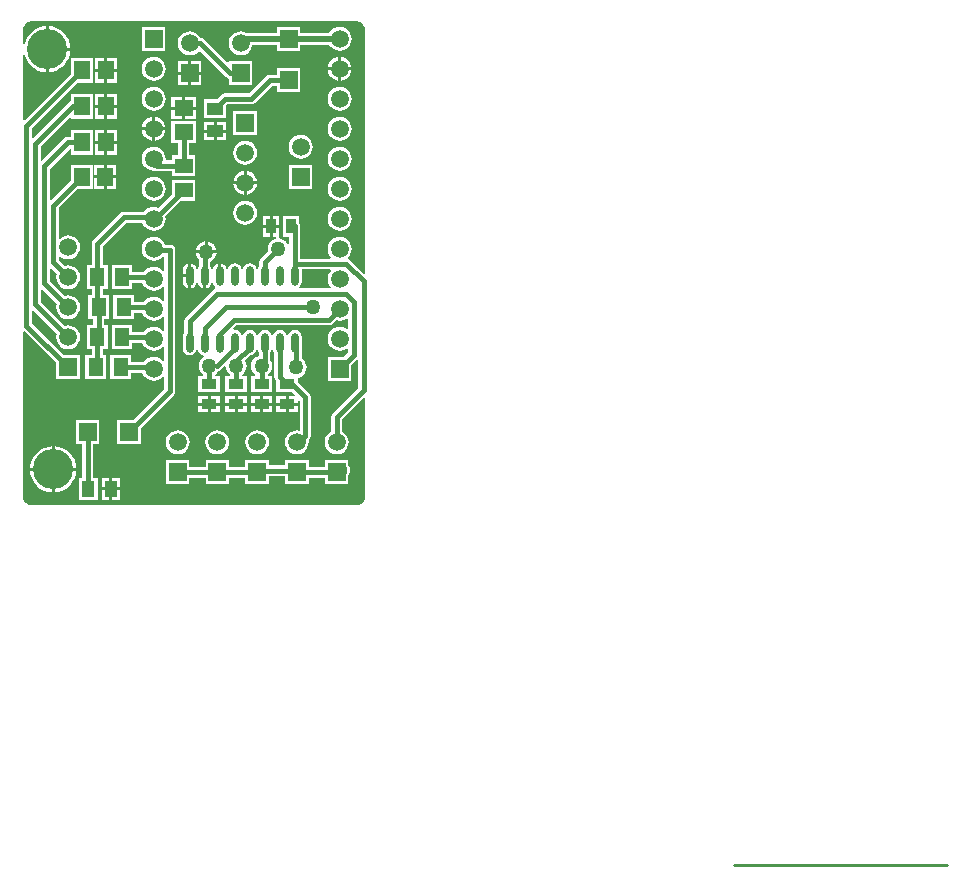
<source format=gtl>
G04*
G04 #@! TF.GenerationSoftware,Altium Limited,Altium Designer,18.1.7 (191)*
G04*
G04 Layer_Physical_Order=1*
G04 Layer_Color=255*
%FSLAX44Y44*%
%MOMM*%
G71*
G01*
G75*
%ADD13C,0.2540*%
%ADD28O,0.6500X1.6500*%
%ADD29R,1.5000X1.5000*%
%ADD30R,1.0500X1.4000*%
%ADD31R,1.5000X1.5000*%
%ADD32R,1.4000X1.0500*%
%ADD33R,1.3500X1.5500*%
%ADD34R,1.2500X1.5000*%
%ADD35R,1.5000X1.2500*%
%ADD36R,1.5500X1.3500*%
%ADD37R,0.8500X1.3000*%
%ADD38R,1.3000X0.8500*%
%ADD39C,0.4000*%
%ADD40C,0.3000*%
%ADD41C,0.5080*%
%ADD42C,0.3810*%
%ADD43C,1.5000*%
%ADD44C,3.4000*%
%ADD45C,1.2700*%
G36*
X289517Y414610D02*
X290901Y414037D01*
X292146Y413205D01*
X293205Y412146D01*
X294037Y410901D01*
X294610Y409517D01*
X294902Y408049D01*
Y407300D01*
Y201266D01*
X293729Y200781D01*
X281755Y212755D01*
X280418Y213648D01*
X280064Y214977D01*
X280211Y215089D01*
X281820Y217187D01*
X282832Y219629D01*
X283177Y222250D01*
X282832Y224871D01*
X281820Y227313D01*
X280211Y229411D01*
X278113Y231020D01*
X275671Y232032D01*
X273050Y232377D01*
X270429Y232032D01*
X267987Y231020D01*
X265889Y229411D01*
X264280Y227313D01*
X263268Y224871D01*
X262923Y222250D01*
X263268Y219629D01*
X264280Y217187D01*
X265688Y215352D01*
X265287Y214082D01*
X239579D01*
Y241300D01*
X239227Y243071D01*
X238810Y243695D01*
Y250340D01*
X225230D01*
Y232260D01*
X230321D01*
Y226248D01*
X229051Y225995D01*
X228745Y226733D01*
X227320Y228590D01*
X225463Y230015D01*
X223301Y230911D01*
X222025Y231079D01*
X221810Y232260D01*
X221810Y232388D01*
Y240030D01*
X216290D01*
Y232260D01*
X219175D01*
X219258Y230990D01*
X218659Y230911D01*
X216497Y230015D01*
X214640Y228590D01*
X213215Y226733D01*
X212319Y224571D01*
X212013Y222250D01*
X212295Y220111D01*
X206277Y214093D01*
X205273Y212591D01*
X204921Y210820D01*
X204921Y210820D01*
Y207884D01*
X204096Y206649D01*
X203847Y205400D01*
X202553D01*
X202304Y206649D01*
X201024Y208564D01*
X199109Y209844D01*
X196850Y210293D01*
X194591Y209844D01*
X192676Y208564D01*
X191396Y206649D01*
X191147Y205400D01*
X189853D01*
X189604Y206649D01*
X188324Y208564D01*
X186409Y209844D01*
X184150Y210293D01*
X181891Y209844D01*
X179976Y208564D01*
X178696Y206649D01*
X178447Y205400D01*
X177153D01*
X176904Y206649D01*
X175624Y208564D01*
X173709Y209844D01*
X172720Y210041D01*
Y199390D01*
X170180D01*
Y210041D01*
X169191Y209844D01*
X167276Y208564D01*
X165996Y206649D01*
X165747Y205400D01*
X164453D01*
X164204Y206649D01*
X163379Y207884D01*
Y211479D01*
X164503Y211945D01*
X166360Y213370D01*
X167785Y215227D01*
X168681Y217389D01*
X168820Y218440D01*
X151221D01*
X151359Y217389D01*
X152255Y215227D01*
X153680Y213370D01*
X154121Y213031D01*
Y207884D01*
X153296Y206649D01*
X153047Y205400D01*
X151753D01*
X151504Y206649D01*
X150224Y208564D01*
X148309Y209844D01*
X147320Y210041D01*
Y199390D01*
Y188739D01*
X148309Y188936D01*
X150224Y190216D01*
X151504Y192131D01*
X151753Y193380D01*
X153047D01*
X153296Y192131D01*
X154576Y190216D01*
X156491Y188936D01*
X157480Y188739D01*
Y199390D01*
X160020D01*
Y188739D01*
X161009Y188936D01*
X162924Y190216D01*
X164204Y192131D01*
X164453Y193380D01*
X165747D01*
X165996Y192131D01*
X167276Y190216D01*
X167814Y189856D01*
X167546Y188508D01*
X167139Y188427D01*
X165637Y187423D01*
X165637Y187423D01*
X142777Y164563D01*
X141773Y163061D01*
X141421Y161290D01*
X141421Y161290D01*
Y151384D01*
X140596Y150149D01*
X140147Y147890D01*
Y137890D01*
X140596Y135631D01*
X141876Y133716D01*
X143791Y132436D01*
X146050Y131987D01*
X148309Y132436D01*
X150224Y133716D01*
X151504Y135631D01*
X151753Y136880D01*
X153047D01*
X153296Y135631D01*
X154576Y133716D01*
X156491Y132436D01*
X157735Y132189D01*
X157954Y131397D01*
X157942Y130852D01*
X156220Y129530D01*
X154795Y127673D01*
X153899Y125511D01*
X153593Y123190D01*
X153899Y120869D01*
X154795Y118707D01*
X156220Y116850D01*
X157062Y116203D01*
X157158Y114583D01*
X156926Y114350D01*
X153520D01*
Y100770D01*
X171600D01*
Y114350D01*
X168194D01*
X167962Y114583D01*
X168058Y116203D01*
X168900Y116850D01*
X170325Y118707D01*
X170387Y118855D01*
X170681Y118913D01*
X172183Y119917D01*
X175205Y122939D01*
X176546Y122484D01*
X176759Y120869D01*
X177655Y118707D01*
X179080Y116850D01*
X179922Y116203D01*
X180018Y114583D01*
X179786Y114350D01*
X176380D01*
Y100770D01*
X194460D01*
Y114350D01*
X191054D01*
X190822Y114583D01*
X190918Y116203D01*
X191760Y116850D01*
X193185Y118707D01*
X194081Y120869D01*
X194387Y123190D01*
X194081Y125511D01*
X193185Y127673D01*
X192948Y127982D01*
X196978Y132012D01*
X199109Y132436D01*
X201024Y133716D01*
X202304Y135631D01*
X202553Y136880D01*
X203847D01*
X204096Y135631D01*
X204921Y134396D01*
Y131882D01*
X204689Y131851D01*
X202527Y130955D01*
X200670Y129530D01*
X199245Y127673D01*
X198349Y125511D01*
X198043Y123190D01*
X198349Y120869D01*
X199245Y118707D01*
X200670Y116850D01*
X201512Y116203D01*
X201608Y114583D01*
X201376Y114350D01*
X197970D01*
Y100770D01*
X216050D01*
Y114350D01*
X212644D01*
X212412Y114583D01*
X212508Y116203D01*
X213350Y116850D01*
X214775Y118707D01*
X215671Y120869D01*
X215977Y123190D01*
X215671Y125511D01*
X214775Y127673D01*
X214179Y128451D01*
Y134396D01*
X215004Y135631D01*
X215253Y136880D01*
X216547D01*
X216796Y135631D01*
X217621Y134396D01*
Y113910D01*
X217621Y113910D01*
X217973Y112139D01*
X218977Y110637D01*
X219560Y110054D01*
Y100770D01*
X233044D01*
X235290Y98523D01*
X234804Y97350D01*
X229870D01*
Y91830D01*
X237640D01*
Y93326D01*
X238910Y93996D01*
X239211Y93790D01*
Y69200D01*
X238256Y68362D01*
X236855Y68547D01*
X234234Y68202D01*
X231792Y67190D01*
X229694Y65581D01*
X228085Y63483D01*
X227073Y61041D01*
X226728Y58420D01*
X227073Y55799D01*
X228085Y53357D01*
X229694Y51259D01*
X231792Y49650D01*
X234234Y48638D01*
X236855Y48293D01*
X239476Y48638D01*
X241918Y49650D01*
X244016Y51259D01*
X245625Y53357D01*
X246637Y55799D01*
X246982Y58420D01*
X246787Y59900D01*
X247113Y60227D01*
X247113Y60227D01*
X248117Y61729D01*
X248469Y63500D01*
X248469Y63500D01*
Y96520D01*
X248117Y98291D01*
X247113Y99793D01*
X247113Y99793D01*
X237640Y109266D01*
Y113140D01*
X238541Y113259D01*
X240703Y114155D01*
X242560Y115580D01*
X243985Y117437D01*
X244881Y119599D01*
X245187Y121920D01*
X244881Y124241D01*
X243985Y126403D01*
X242560Y128260D01*
X240849Y129574D01*
Y137867D01*
X240853Y137890D01*
Y147890D01*
X240404Y150149D01*
X239124Y152064D01*
X237209Y153344D01*
X234950Y153793D01*
X232691Y153344D01*
X230776Y152064D01*
X229496Y150149D01*
X229247Y148900D01*
X227953D01*
X227704Y150149D01*
X226424Y152064D01*
X224509Y153344D01*
X222250Y153793D01*
X219991Y153344D01*
X218076Y152064D01*
X216796Y150149D01*
X216547Y148900D01*
X215253D01*
X215004Y150149D01*
X213724Y152064D01*
X211809Y153344D01*
X209550Y153793D01*
X207291Y153344D01*
X205376Y152064D01*
X204096Y150149D01*
X203847Y148900D01*
X202553D01*
X202304Y150149D01*
X201024Y152064D01*
X199109Y153344D01*
X196850Y153793D01*
X194591Y153344D01*
X192676Y152064D01*
X191396Y150149D01*
X191147Y148900D01*
X189853D01*
X189604Y150149D01*
X188324Y152064D01*
X186409Y153344D01*
X184150Y153793D01*
X183620Y153688D01*
X182995Y154859D01*
X185717Y157581D01*
X263810D01*
X263810Y157581D01*
X265581Y157933D01*
X267083Y158937D01*
X269995Y161848D01*
X270429Y161668D01*
X273050Y161323D01*
X275671Y161668D01*
X278113Y162680D01*
X279191Y163507D01*
X280461Y162881D01*
Y154619D01*
X279191Y153993D01*
X278113Y154820D01*
X275671Y155832D01*
X273050Y156177D01*
X270429Y155832D01*
X267987Y154820D01*
X265889Y153211D01*
X264280Y151113D01*
X263268Y148671D01*
X262923Y146050D01*
X263268Y143429D01*
X264280Y140987D01*
X265889Y138889D01*
X267987Y137280D01*
X270429Y136268D01*
X273050Y135923D01*
X275671Y136268D01*
X278113Y137280D01*
X279191Y138107D01*
X280461Y137481D01*
Y134607D01*
X276544Y130690D01*
X263010D01*
Y110610D01*
X283090D01*
Y124144D01*
X287568Y128622D01*
X288838Y128096D01*
Y104747D01*
X267305Y83215D01*
X266323Y81744D01*
X265978Y80010D01*
Y67410D01*
X265447Y67190D01*
X263349Y65581D01*
X261740Y63483D01*
X260728Y61041D01*
X260383Y58420D01*
X260728Y55799D01*
X261740Y53357D01*
X263349Y51259D01*
X265447Y49650D01*
X267889Y48638D01*
X270510Y48293D01*
X273131Y48638D01*
X275573Y49650D01*
X277671Y51259D01*
X279280Y53357D01*
X280292Y55799D01*
X280637Y58420D01*
X280292Y61041D01*
X279280Y63483D01*
X277671Y65581D01*
X275573Y67190D01*
X275042Y67410D01*
Y78133D01*
X293729Y96819D01*
X294902Y96334D01*
Y12700D01*
Y11951D01*
X294610Y10482D01*
X294037Y9099D01*
X293205Y7854D01*
X292146Y6795D01*
X290901Y5963D01*
X289517Y5390D01*
X288049Y5098D01*
X11951D01*
X10482Y5390D01*
X9099Y5963D01*
X7854Y6795D01*
X6795Y7854D01*
X5963Y9099D01*
X5390Y10482D01*
X5098Y11951D01*
Y12700D01*
Y151797D01*
X6271Y152282D01*
X33140Y125414D01*
Y111880D01*
X53220D01*
Y131960D01*
X39686D01*
X12559Y159087D01*
Y169735D01*
X13732Y170221D01*
X33578Y150375D01*
X33398Y149941D01*
X33053Y147320D01*
X33398Y144699D01*
X34410Y142257D01*
X36019Y140159D01*
X38117Y138550D01*
X40559Y137538D01*
X43180Y137193D01*
X45801Y137538D01*
X48243Y138550D01*
X50341Y140159D01*
X51950Y142257D01*
X52962Y144699D01*
X53307Y147320D01*
X52962Y149941D01*
X51950Y152383D01*
X50341Y154481D01*
X48243Y156090D01*
X45801Y157102D01*
X43180Y157447D01*
X40559Y157102D01*
X40125Y156922D01*
X19869Y177177D01*
Y187825D01*
X21042Y188311D01*
X33578Y175775D01*
X33398Y175341D01*
X33053Y172720D01*
X33398Y170099D01*
X34410Y167657D01*
X36019Y165559D01*
X38117Y163950D01*
X40559Y162938D01*
X43180Y162593D01*
X45801Y162938D01*
X48243Y163950D01*
X50341Y165559D01*
X51950Y167657D01*
X52962Y170099D01*
X53307Y172720D01*
X52962Y175341D01*
X51950Y177783D01*
X50341Y179881D01*
X48243Y181490D01*
X45801Y182502D01*
X43180Y182847D01*
X40559Y182502D01*
X40125Y182322D01*
X27489Y194957D01*
Y205605D01*
X28662Y206091D01*
X33578Y201175D01*
X33398Y200741D01*
X33053Y198120D01*
X33398Y195499D01*
X34410Y193057D01*
X36019Y190959D01*
X38117Y189350D01*
X40559Y188338D01*
X43180Y187993D01*
X45801Y188338D01*
X48243Y189350D01*
X50341Y190959D01*
X51950Y193057D01*
X52962Y195499D01*
X53307Y198120D01*
X52962Y200741D01*
X51950Y203183D01*
X50341Y205281D01*
X48243Y206890D01*
X45801Y207902D01*
X43180Y208247D01*
X40559Y207902D01*
X40125Y207722D01*
X35109Y212737D01*
Y215590D01*
X36379Y216084D01*
X38117Y214750D01*
X40559Y213738D01*
X43180Y213393D01*
X45801Y213738D01*
X48243Y214750D01*
X50341Y216359D01*
X51950Y218457D01*
X52962Y220899D01*
X53307Y223520D01*
X52962Y226141D01*
X51950Y228583D01*
X50341Y230681D01*
X48243Y232290D01*
X45801Y233302D01*
X43180Y233647D01*
X40559Y233302D01*
X38117Y232290D01*
X36379Y230956D01*
X35109Y231450D01*
Y257003D01*
X51026Y272920D01*
X64060D01*
Y293500D01*
X45480D01*
Y280466D01*
X28662Y263649D01*
X27489Y264135D01*
Y290183D01*
X44370Y307064D01*
X45640Y306538D01*
Y302130D01*
X64220D01*
Y322710D01*
X45640D01*
Y317049D01*
X43180D01*
X43180Y317049D01*
X41409Y316697D01*
X39907Y315693D01*
X39907Y315693D01*
X21042Y296829D01*
X19869Y297315D01*
Y309233D01*
X44467Y333830D01*
X45640Y333344D01*
Y332610D01*
X64220D01*
Y353190D01*
X45640D01*
Y347260D01*
X45219Y347177D01*
X43717Y346173D01*
X13732Y316189D01*
X12559Y316675D01*
Y324463D01*
X51186Y363090D01*
X64220D01*
Y383670D01*
X45640D01*
Y370636D01*
X6271Y331268D01*
X5098Y331754D01*
Y386519D01*
X6368Y386707D01*
X7260Y383766D01*
X9075Y380372D01*
X11516Y377396D01*
X14492Y374955D01*
X17886Y373140D01*
X21569Y372023D01*
X24130Y371771D01*
Y391280D01*
Y410789D01*
X21569Y410537D01*
X17886Y409420D01*
X14492Y407606D01*
X11516Y405164D01*
X9075Y402188D01*
X7260Y398794D01*
X6368Y395853D01*
X5098Y396041D01*
Y408049D01*
X5390Y409517D01*
X5963Y410901D01*
X6795Y412146D01*
X7854Y413205D01*
X9099Y414037D01*
X10483Y414610D01*
X11951Y414902D01*
X288049D01*
X289517Y414610D01*
D02*
G37*
G36*
X265688Y203748D02*
X264280Y201913D01*
X263268Y199471D01*
X262923Y196850D01*
X263268Y194229D01*
X264280Y191787D01*
X265613Y190049D01*
X265120Y188779D01*
X239260D01*
X238875Y190049D01*
X239124Y190216D01*
X240404Y192131D01*
X240853Y194390D01*
Y204390D01*
X241369Y205018D01*
X265287D01*
X265688Y203748D01*
D02*
G37*
%LPC*%
G36*
X273050Y410177D02*
X270429Y409832D01*
X267987Y408820D01*
X265889Y407211D01*
X264369Y405229D01*
X239858D01*
Y410090D01*
X219778D01*
Y405229D01*
X193763D01*
X191851Y406022D01*
X189230Y406367D01*
X186609Y406022D01*
X184167Y405010D01*
X182069Y403401D01*
X180460Y401303D01*
X179448Y398861D01*
X179103Y396240D01*
X179448Y393619D01*
X180460Y391177D01*
X182069Y389079D01*
X184167Y387470D01*
X186609Y386458D01*
X189230Y386113D01*
X191851Y386458D01*
X194293Y387470D01*
X196391Y389079D01*
X198000Y391177D01*
X199012Y393619D01*
X199176Y394870D01*
X219778D01*
Y390010D01*
X239858D01*
Y394870D01*
X264369D01*
X265889Y392889D01*
X267987Y391280D01*
X270429Y390268D01*
X273050Y389923D01*
X275671Y390268D01*
X278113Y391280D01*
X280211Y392889D01*
X281820Y394987D01*
X282832Y397429D01*
X283177Y400050D01*
X282832Y402671D01*
X281820Y405113D01*
X280211Y407211D01*
X278113Y408820D01*
X275671Y409832D01*
X273050Y410177D01*
D02*
G37*
G36*
X26670Y410789D02*
Y392550D01*
X44909D01*
X44657Y395111D01*
X43540Y398794D01*
X41726Y402188D01*
X39284Y405164D01*
X36308Y407606D01*
X32914Y409420D01*
X29230Y410537D01*
X26670Y410789D01*
D02*
G37*
G36*
X125610Y410090D02*
X105530D01*
Y390010D01*
X125610D01*
Y410090D01*
D02*
G37*
G36*
X274320Y384609D02*
Y375920D01*
X283009D01*
X282832Y377271D01*
X281820Y379713D01*
X280211Y381811D01*
X278113Y383420D01*
X275671Y384432D01*
X274320Y384609D01*
D02*
G37*
G36*
X271780D02*
X270429Y384432D01*
X267987Y383420D01*
X265889Y381811D01*
X264280Y379713D01*
X263268Y377271D01*
X263091Y375920D01*
X271780D01*
Y384609D01*
D02*
G37*
G36*
X84220Y383670D02*
X76200D01*
Y374650D01*
X84220D01*
Y383670D01*
D02*
G37*
G36*
X73660D02*
X65640D01*
Y374650D01*
X73660D01*
Y383670D01*
D02*
G37*
G36*
X156090Y380880D02*
X147320D01*
Y372110D01*
X156090D01*
Y380880D01*
D02*
G37*
G36*
X144780D02*
X136010D01*
Y372110D01*
X144780D01*
Y380880D01*
D02*
G37*
G36*
X44909Y390010D02*
X26670D01*
Y371771D01*
X29230Y372023D01*
X32914Y373140D01*
X36308Y374955D01*
X39284Y377396D01*
X41726Y380372D01*
X43540Y383766D01*
X44657Y387450D01*
X44909Y390010D01*
D02*
G37*
G36*
X283009Y373380D02*
X274320D01*
Y364691D01*
X275671Y364868D01*
X278113Y365880D01*
X280211Y367489D01*
X281820Y369587D01*
X282832Y372029D01*
X283009Y373380D01*
D02*
G37*
G36*
X271780D02*
X263091D01*
X263268Y372029D01*
X264280Y369587D01*
X265889Y367489D01*
X267987Y365880D01*
X270429Y364868D01*
X271780Y364691D01*
Y373380D01*
D02*
G37*
G36*
X115570Y384777D02*
X112949Y384432D01*
X110507Y383420D01*
X108409Y381811D01*
X106800Y379713D01*
X105788Y377271D01*
X105443Y374650D01*
X105788Y372029D01*
X106800Y369587D01*
X108409Y367489D01*
X110507Y365880D01*
X112949Y364868D01*
X115570Y364523D01*
X118191Y364868D01*
X120633Y365880D01*
X122731Y367489D01*
X124340Y369587D01*
X125352Y372029D01*
X125697Y374650D01*
X125352Y377271D01*
X124340Y379713D01*
X122731Y381811D01*
X120633Y383420D01*
X118191Y384432D01*
X115570Y384777D01*
D02*
G37*
G36*
X84220Y372110D02*
X76200D01*
Y363090D01*
X84220D01*
Y372110D01*
D02*
G37*
G36*
X73660D02*
X65640D01*
Y363090D01*
X73660D01*
Y372110D01*
D02*
G37*
G36*
X146050Y406367D02*
X143429Y406022D01*
X140987Y405010D01*
X138889Y403401D01*
X137280Y401303D01*
X136268Y398861D01*
X135923Y396240D01*
X136268Y393619D01*
X137280Y391177D01*
X138889Y389079D01*
X140987Y387470D01*
X143429Y386458D01*
X146050Y386113D01*
X148671Y386458D01*
X151113Y387470D01*
X153211Y389079D01*
X153642Y389641D01*
X154909Y389725D01*
X177067Y367567D01*
X177067Y367567D01*
X178569Y366563D01*
X179190Y366440D01*
Y360800D01*
X199270D01*
Y380880D01*
X179190D01*
Y380196D01*
X178017Y379710D01*
X158213Y399513D01*
X156711Y400517D01*
X155005Y400856D01*
X154820Y401303D01*
X153211Y403401D01*
X151113Y405010D01*
X148671Y406022D01*
X146050Y406367D01*
D02*
G37*
G36*
X156090Y369570D02*
X147320D01*
Y360800D01*
X156090D01*
Y369570D01*
D02*
G37*
G36*
X144780D02*
X136010D01*
Y360800D01*
X144780D01*
Y369570D01*
D02*
G37*
G36*
X239858Y375090D02*
X219778D01*
Y369679D01*
X213920D01*
X212149Y369327D01*
X210647Y368323D01*
X210647Y368323D01*
X196203Y353879D01*
X175920D01*
X175920Y353879D01*
X174149Y353527D01*
X172647Y352523D01*
X168884Y348760D01*
X158100D01*
Y333180D01*
X177180D01*
Y343964D01*
X177837Y344621D01*
X198120D01*
X198120Y344621D01*
X199891Y344973D01*
X201393Y345977D01*
X215837Y360421D01*
X219778D01*
Y355010D01*
X239858D01*
Y375090D01*
D02*
G37*
G36*
X84220Y353190D02*
X76200D01*
Y344170D01*
X84220D01*
Y353190D01*
D02*
G37*
G36*
X73660D02*
X65640D01*
Y344170D01*
X73660D01*
Y353190D01*
D02*
G37*
G36*
X151260Y350600D02*
X142240D01*
Y342580D01*
X151260D01*
Y350600D01*
D02*
G37*
G36*
X139700D02*
X130680D01*
Y342580D01*
X139700D01*
Y350600D01*
D02*
G37*
G36*
X273050Y359377D02*
X270429Y359032D01*
X267987Y358020D01*
X265889Y356411D01*
X264280Y354313D01*
X263268Y351871D01*
X262923Y349250D01*
X263268Y346629D01*
X264280Y344187D01*
X265889Y342089D01*
X267987Y340480D01*
X270429Y339468D01*
X273050Y339123D01*
X275671Y339468D01*
X278113Y340480D01*
X280211Y342089D01*
X281820Y344187D01*
X282832Y346629D01*
X283177Y349250D01*
X282832Y351871D01*
X281820Y354313D01*
X280211Y356411D01*
X278113Y358020D01*
X275671Y359032D01*
X273050Y359377D01*
D02*
G37*
G36*
X115570D02*
X112949Y359032D01*
X110507Y358020D01*
X108409Y356411D01*
X106800Y354313D01*
X105788Y351871D01*
X105443Y349250D01*
X105788Y346629D01*
X106800Y344187D01*
X108409Y342089D01*
X110507Y340480D01*
X112949Y339468D01*
X115570Y339123D01*
X118191Y339468D01*
X120633Y340480D01*
X122731Y342089D01*
X124340Y344187D01*
X125352Y346629D01*
X125697Y349250D01*
X125352Y351871D01*
X124340Y354313D01*
X122731Y356411D01*
X120633Y358020D01*
X118191Y359032D01*
X115570Y359377D01*
D02*
G37*
G36*
X84220Y341630D02*
X76200D01*
Y332610D01*
X84220D01*
Y341630D01*
D02*
G37*
G36*
X73660D02*
X65640D01*
Y332610D01*
X73660D01*
Y341630D01*
D02*
G37*
G36*
X151260Y340040D02*
X142240D01*
Y332020D01*
X151260D01*
Y340040D01*
D02*
G37*
G36*
X139700D02*
X130680D01*
Y332020D01*
X139700D01*
Y340040D01*
D02*
G37*
G36*
X116840Y333809D02*
Y325120D01*
X125529D01*
X125352Y326471D01*
X124340Y328913D01*
X122731Y331011D01*
X120633Y332620D01*
X118191Y333632D01*
X116840Y333809D01*
D02*
G37*
G36*
X114300D02*
X112949Y333632D01*
X110507Y332620D01*
X108409Y331011D01*
X106800Y328913D01*
X105788Y326471D01*
X105611Y325120D01*
X114300D01*
Y333809D01*
D02*
G37*
G36*
X177180Y329760D02*
X168910D01*
Y323240D01*
X177180D01*
Y329760D01*
D02*
G37*
G36*
X166370D02*
X158100D01*
Y323240D01*
X166370D01*
Y329760D01*
D02*
G37*
G36*
X203080Y338970D02*
X183000D01*
Y318890D01*
X203080D01*
Y338970D01*
D02*
G37*
G36*
X177180Y320700D02*
X168910D01*
Y314180D01*
X177180D01*
Y320700D01*
D02*
G37*
G36*
X166370D02*
X158100D01*
Y314180D01*
X166370D01*
Y320700D01*
D02*
G37*
G36*
X125529Y322580D02*
X116840D01*
Y313891D01*
X118191Y314068D01*
X120633Y315080D01*
X122731Y316689D01*
X124340Y318787D01*
X125352Y321229D01*
X125529Y322580D01*
D02*
G37*
G36*
X114300D02*
X105611D01*
X105788Y321229D01*
X106800Y318787D01*
X108409Y316689D01*
X110507Y315080D01*
X112949Y314068D01*
X114300Y313891D01*
Y322580D01*
D02*
G37*
G36*
X273050Y333977D02*
X270429Y333632D01*
X267987Y332620D01*
X265889Y331011D01*
X264280Y328913D01*
X263268Y326471D01*
X262923Y323850D01*
X263268Y321229D01*
X264280Y318787D01*
X265889Y316689D01*
X267987Y315080D01*
X270429Y314068D01*
X273050Y313723D01*
X275671Y314068D01*
X278113Y315080D01*
X280211Y316689D01*
X281820Y318787D01*
X282832Y321229D01*
X283177Y323850D01*
X282832Y326471D01*
X281820Y328913D01*
X280211Y331011D01*
X278113Y332620D01*
X275671Y333632D01*
X273050Y333977D01*
D02*
G37*
G36*
X84220Y322710D02*
X76200D01*
Y313690D01*
X84220D01*
Y322710D01*
D02*
G37*
G36*
X73660D02*
X65640D01*
Y313690D01*
X73660D01*
Y322710D01*
D02*
G37*
G36*
X84220Y311150D02*
X76200D01*
Y302130D01*
X84220D01*
Y311150D01*
D02*
G37*
G36*
X73660D02*
X65640D01*
Y302130D01*
X73660D01*
Y311150D01*
D02*
G37*
G36*
X240030Y318737D02*
X237409Y318392D01*
X234967Y317380D01*
X232869Y315771D01*
X231260Y313673D01*
X230248Y311231D01*
X229903Y308610D01*
X230248Y305989D01*
X231260Y303547D01*
X232869Y301449D01*
X234967Y299840D01*
X237409Y298828D01*
X240030Y298483D01*
X242651Y298828D01*
X245093Y299840D01*
X247191Y301449D01*
X248800Y303547D01*
X249812Y305989D01*
X250157Y308610D01*
X249812Y311231D01*
X248800Y313673D01*
X247191Y315771D01*
X245093Y317380D01*
X242651Y318392D01*
X240030Y318737D01*
D02*
G37*
G36*
X151260Y330600D02*
X130680D01*
Y312020D01*
X136341D01*
Y301570D01*
X130930D01*
Y297409D01*
X126523D01*
X125685Y298364D01*
X125697Y298450D01*
X125352Y301071D01*
X124340Y303513D01*
X122731Y305611D01*
X120633Y307220D01*
X118191Y308232D01*
X115570Y308577D01*
X112949Y308232D01*
X110507Y307220D01*
X108409Y305611D01*
X106800Y303513D01*
X105788Y301071D01*
X105443Y298450D01*
X105788Y295829D01*
X106800Y293387D01*
X108409Y291289D01*
X110507Y289680D01*
X112949Y288668D01*
X115570Y288323D01*
X116932Y288503D01*
X118700Y288151D01*
X118700Y288151D01*
X130930D01*
Y283990D01*
X151010D01*
Y301570D01*
X145599D01*
Y312020D01*
X151260D01*
Y330600D01*
D02*
G37*
G36*
X193040Y313657D02*
X190419Y313312D01*
X187977Y312300D01*
X185879Y310691D01*
X184270Y308593D01*
X183258Y306151D01*
X182913Y303530D01*
X183258Y300909D01*
X184270Y298467D01*
X185879Y296369D01*
X187977Y294760D01*
X190419Y293748D01*
X193040Y293403D01*
X195661Y293748D01*
X198103Y294760D01*
X200201Y296369D01*
X201810Y298467D01*
X202822Y300909D01*
X203167Y303530D01*
X202822Y306151D01*
X201810Y308593D01*
X200201Y310691D01*
X198103Y312300D01*
X195661Y313312D01*
X193040Y313657D01*
D02*
G37*
G36*
X273050Y308577D02*
X270429Y308232D01*
X267987Y307220D01*
X265889Y305611D01*
X264280Y303513D01*
X263268Y301071D01*
X262923Y298450D01*
X263268Y295829D01*
X264280Y293387D01*
X265889Y291289D01*
X267987Y289680D01*
X270429Y288668D01*
X273050Y288323D01*
X275671Y288668D01*
X278113Y289680D01*
X280211Y291289D01*
X281820Y293387D01*
X282832Y295829D01*
X283177Y298450D01*
X282832Y301071D01*
X281820Y303513D01*
X280211Y305611D01*
X278113Y307220D01*
X275671Y308232D01*
X273050Y308577D01*
D02*
G37*
G36*
X84060Y293500D02*
X76040D01*
Y284480D01*
X84060D01*
Y293500D01*
D02*
G37*
G36*
X73500D02*
X65480D01*
Y284480D01*
X73500D01*
Y293500D01*
D02*
G37*
G36*
X194310Y288089D02*
Y279400D01*
X202999D01*
X202822Y280751D01*
X201810Y283193D01*
X200201Y285291D01*
X198103Y286900D01*
X195661Y287912D01*
X194310Y288089D01*
D02*
G37*
G36*
X191770D02*
X190419Y287912D01*
X187977Y286900D01*
X185879Y285291D01*
X184270Y283193D01*
X183258Y280751D01*
X183081Y279400D01*
X191770D01*
Y288089D01*
D02*
G37*
G36*
X250070Y293250D02*
X229990D01*
Y273170D01*
X250070D01*
Y293250D01*
D02*
G37*
G36*
X84060Y281940D02*
X76040D01*
Y272920D01*
X84060D01*
Y281940D01*
D02*
G37*
G36*
X73500D02*
X65480D01*
Y272920D01*
X73500D01*
Y281940D01*
D02*
G37*
G36*
X202999Y276860D02*
X194310D01*
Y268171D01*
X195661Y268348D01*
X198103Y269360D01*
X200201Y270969D01*
X201810Y273067D01*
X202822Y275509D01*
X202999Y276860D01*
D02*
G37*
G36*
X191770D02*
X183081D01*
X183258Y275509D01*
X184270Y273067D01*
X185879Y270969D01*
X187977Y269360D01*
X190419Y268348D01*
X191770Y268171D01*
Y276860D01*
D02*
G37*
G36*
X273050Y283177D02*
X270429Y282832D01*
X267987Y281820D01*
X265889Y280211D01*
X264280Y278113D01*
X263268Y275671D01*
X262923Y273050D01*
X263268Y270429D01*
X264280Y267987D01*
X265889Y265889D01*
X267987Y264280D01*
X270429Y263268D01*
X273050Y262923D01*
X275671Y263268D01*
X278113Y264280D01*
X280211Y265889D01*
X281820Y267987D01*
X282832Y270429D01*
X283177Y273050D01*
X282832Y275671D01*
X281820Y278113D01*
X280211Y280211D01*
X278113Y281820D01*
X275671Y282832D01*
X273050Y283177D01*
D02*
G37*
G36*
X115570D02*
X112949Y282832D01*
X110507Y281820D01*
X108409Y280211D01*
X106800Y278113D01*
X105788Y275671D01*
X105443Y273050D01*
X105788Y270429D01*
X106800Y267987D01*
X108409Y265889D01*
X110507Y264280D01*
X112949Y263268D01*
X115570Y262923D01*
X118191Y263268D01*
X120633Y264280D01*
X122731Y265889D01*
X124340Y267987D01*
X125352Y270429D01*
X125697Y273050D01*
X125352Y275671D01*
X124340Y278113D01*
X122731Y280211D01*
X120633Y281820D01*
X118191Y282832D01*
X115570Y283177D01*
D02*
G37*
G36*
X151010Y280570D02*
X130930D01*
Y268286D01*
X119523Y256880D01*
X118191Y257432D01*
X115570Y257777D01*
X112949Y257432D01*
X110507Y256420D01*
X108409Y254811D01*
X107441Y253549D01*
X90170D01*
X90170Y253549D01*
X88399Y253197D01*
X86897Y252193D01*
X86897Y252193D01*
X64627Y229923D01*
X63623Y228421D01*
X63271Y226650D01*
X63271Y226650D01*
Y208160D01*
X59110D01*
Y188080D01*
X63271D01*
Y182760D01*
X60380D01*
Y162680D01*
X64541D01*
Y157360D01*
X59110D01*
Y137280D01*
X63271D01*
Y131960D01*
X57840D01*
Y111880D01*
X75420D01*
Y131960D01*
X72529D01*
Y137280D01*
X76690D01*
Y157360D01*
X73799D01*
Y162680D01*
X77960D01*
Y182760D01*
X72529D01*
Y188080D01*
X76690D01*
Y208160D01*
X72529D01*
Y224733D01*
X92087Y244291D01*
X106094D01*
X106800Y242587D01*
X108409Y240489D01*
X110507Y238880D01*
X112949Y237868D01*
X115570Y237523D01*
X118191Y237868D01*
X120633Y238880D01*
X122731Y240489D01*
X124340Y242587D01*
X125352Y245029D01*
X125697Y247650D01*
X125428Y249692D01*
X138726Y262990D01*
X151010D01*
Y280570D01*
D02*
G37*
G36*
X193040Y262857D02*
X190419Y262512D01*
X187977Y261500D01*
X185879Y259891D01*
X184270Y257793D01*
X183258Y255351D01*
X182913Y252730D01*
X183258Y250109D01*
X184270Y247667D01*
X185879Y245569D01*
X187977Y243960D01*
X190419Y242948D01*
X193040Y242603D01*
X195661Y242948D01*
X198103Y243960D01*
X200201Y245569D01*
X201810Y247667D01*
X202822Y250109D01*
X203167Y252730D01*
X202822Y255351D01*
X201810Y257793D01*
X200201Y259891D01*
X198103Y261500D01*
X195661Y262512D01*
X193040Y262857D01*
D02*
G37*
G36*
X221810Y250340D02*
X216290D01*
Y242570D01*
X221810D01*
Y250340D01*
D02*
G37*
G36*
X213750D02*
X208230D01*
Y242570D01*
X213750D01*
Y250340D01*
D02*
G37*
G36*
X273050Y257777D02*
X270429Y257432D01*
X267987Y256420D01*
X265889Y254811D01*
X264280Y252713D01*
X263268Y250271D01*
X262923Y247650D01*
X263268Y245029D01*
X264280Y242587D01*
X265889Y240489D01*
X267987Y238880D01*
X270429Y237868D01*
X273050Y237523D01*
X275671Y237868D01*
X278113Y238880D01*
X280211Y240489D01*
X281820Y242587D01*
X282832Y245029D01*
X283177Y247650D01*
X282832Y250271D01*
X281820Y252713D01*
X280211Y254811D01*
X278113Y256420D01*
X275671Y257432D01*
X273050Y257777D01*
D02*
G37*
G36*
X213750Y240030D02*
X208230D01*
Y232260D01*
X213750D01*
Y240030D01*
D02*
G37*
G36*
X161290Y228510D02*
Y220980D01*
X168820D01*
X168681Y222031D01*
X167785Y224193D01*
X166360Y226050D01*
X164503Y227475D01*
X162341Y228371D01*
X161290Y228510D01*
D02*
G37*
G36*
X158750D02*
X157699Y228371D01*
X155537Y227475D01*
X153680Y226050D01*
X152255Y224193D01*
X151359Y222031D01*
X151221Y220980D01*
X158750D01*
Y228510D01*
D02*
G37*
G36*
X115570Y232377D02*
X112949Y232032D01*
X110507Y231020D01*
X108409Y229411D01*
X106800Y227313D01*
X105788Y224871D01*
X105443Y222250D01*
X105788Y219629D01*
X106800Y217187D01*
X108409Y215089D01*
X110507Y213480D01*
X112949Y212468D01*
X115570Y212123D01*
X118191Y212468D01*
X120633Y213480D01*
X122731Y215089D01*
X123451Y216028D01*
X124721Y215633D01*
Y203503D01*
X123451Y203072D01*
X122731Y204011D01*
X120633Y205620D01*
X118191Y206632D01*
X115570Y206977D01*
X112949Y206632D01*
X110507Y205620D01*
X108409Y204011D01*
X107441Y202749D01*
X97690D01*
Y208160D01*
X80110D01*
Y188080D01*
X97690D01*
Y193491D01*
X106094D01*
X106800Y191787D01*
X108409Y189689D01*
X110507Y188080D01*
X112949Y187068D01*
X115570Y186723D01*
X118191Y187068D01*
X120633Y188080D01*
X122731Y189689D01*
X123451Y190628D01*
X124721Y190197D01*
Y178103D01*
X123451Y177672D01*
X122731Y178611D01*
X120633Y180220D01*
X118191Y181232D01*
X115570Y181577D01*
X112949Y181232D01*
X110507Y180220D01*
X108409Y178611D01*
X107441Y177349D01*
X98960D01*
Y182760D01*
X81380D01*
Y162680D01*
X98960D01*
Y168091D01*
X106094D01*
X106800Y166387D01*
X108409Y164289D01*
X110507Y162680D01*
X112949Y161668D01*
X115570Y161323D01*
X118191Y161668D01*
X120633Y162680D01*
X122731Y164289D01*
X123451Y165228D01*
X124721Y164797D01*
Y152703D01*
X123451Y152272D01*
X122731Y153211D01*
X120633Y154820D01*
X118191Y155832D01*
X115570Y156177D01*
X112949Y155832D01*
X110507Y154820D01*
X108409Y153211D01*
X107441Y151949D01*
X97690D01*
Y157360D01*
X80110D01*
Y137280D01*
X97690D01*
Y142691D01*
X106094D01*
X106800Y140987D01*
X108409Y138889D01*
X110507Y137280D01*
X112949Y136268D01*
X115570Y135923D01*
X118191Y136268D01*
X120633Y137280D01*
X122731Y138889D01*
X123451Y139828D01*
X124721Y139397D01*
Y127303D01*
X123451Y126872D01*
X122731Y127811D01*
X120633Y129420D01*
X118191Y130432D01*
X115570Y130777D01*
X112949Y130432D01*
X110507Y129420D01*
X108409Y127811D01*
X107441Y126549D01*
X96420D01*
Y131960D01*
X78840D01*
Y111880D01*
X96420D01*
Y117291D01*
X106094D01*
X106800Y115587D01*
X108409Y113489D01*
X110507Y111880D01*
X112949Y110868D01*
X115570Y110523D01*
X118191Y110868D01*
X120633Y111880D01*
X122731Y113489D01*
X123451Y114428D01*
X124721Y113997D01*
Y103887D01*
X98184Y77350D01*
X84650D01*
Y57270D01*
X104730D01*
Y70804D01*
X132623Y98697D01*
X132623Y98697D01*
X133627Y100199D01*
X133979Y101970D01*
X133979Y101970D01*
Y220980D01*
X133627Y222751D01*
X132623Y224253D01*
X131121Y225257D01*
X129350Y225609D01*
X125046D01*
X124340Y227313D01*
X122731Y229411D01*
X120633Y231020D01*
X118191Y232032D01*
X115570Y232377D01*
D02*
G37*
G36*
X144780Y210041D02*
X143791Y209844D01*
X141876Y208564D01*
X140596Y206649D01*
X140147Y204390D01*
Y200660D01*
X144780D01*
Y210041D01*
D02*
G37*
G36*
Y198120D02*
X140147D01*
Y194390D01*
X140596Y192131D01*
X141876Y190216D01*
X143791Y188936D01*
X144780Y188739D01*
Y198120D01*
D02*
G37*
G36*
X216050Y97350D02*
X208280D01*
Y91830D01*
X216050D01*
Y97350D01*
D02*
G37*
G36*
X194460D02*
X186690D01*
Y91830D01*
X194460D01*
Y97350D01*
D02*
G37*
G36*
X171600D02*
X163830D01*
Y91830D01*
X171600D01*
Y97350D01*
D02*
G37*
G36*
X227330D02*
X219560D01*
Y91830D01*
X227330D01*
Y97350D01*
D02*
G37*
G36*
X205740D02*
X197970D01*
Y91830D01*
X205740D01*
Y97350D01*
D02*
G37*
G36*
X184150D02*
X176380D01*
Y91830D01*
X184150D01*
Y97350D01*
D02*
G37*
G36*
X161290D02*
X153520D01*
Y91830D01*
X161290D01*
Y97350D01*
D02*
G37*
G36*
X237640Y89290D02*
X229870D01*
Y83770D01*
X237640D01*
Y89290D01*
D02*
G37*
G36*
X227330D02*
X219560D01*
Y83770D01*
X227330D01*
Y89290D01*
D02*
G37*
G36*
X216050D02*
X208280D01*
Y83770D01*
X216050D01*
Y89290D01*
D02*
G37*
G36*
X205740D02*
X197970D01*
Y83770D01*
X205740D01*
Y89290D01*
D02*
G37*
G36*
X194460D02*
X186690D01*
Y83770D01*
X194460D01*
Y89290D01*
D02*
G37*
G36*
X184150D02*
X176380D01*
Y83770D01*
X184150D01*
Y89290D01*
D02*
G37*
G36*
X171600D02*
X163830D01*
Y83770D01*
X171600D01*
Y89290D01*
D02*
G37*
G36*
X161290D02*
X153520D01*
Y83770D01*
X161290D01*
Y89290D01*
D02*
G37*
G36*
X203200Y68547D02*
X200579Y68202D01*
X198137Y67190D01*
X196039Y65581D01*
X194430Y63483D01*
X193418Y61041D01*
X193073Y58420D01*
X193418Y55799D01*
X194430Y53357D01*
X196039Y51259D01*
X198137Y49650D01*
X200579Y48638D01*
X203200Y48293D01*
X205821Y48638D01*
X208263Y49650D01*
X210361Y51259D01*
X211970Y53357D01*
X212982Y55799D01*
X213327Y58420D01*
X212982Y61041D01*
X211970Y63483D01*
X210361Y65581D01*
X208263Y67190D01*
X205821Y68202D01*
X203200Y68547D01*
D02*
G37*
G36*
X169545D02*
X166924Y68202D01*
X164482Y67190D01*
X162384Y65581D01*
X160775Y63483D01*
X159763Y61041D01*
X159418Y58420D01*
X159763Y55799D01*
X160775Y53357D01*
X162384Y51259D01*
X164482Y49650D01*
X166924Y48638D01*
X169545Y48293D01*
X172166Y48638D01*
X174608Y49650D01*
X176706Y51259D01*
X178315Y53357D01*
X179327Y55799D01*
X179672Y58420D01*
X179327Y61041D01*
X178315Y63483D01*
X176706Y65581D01*
X174608Y67190D01*
X172166Y68202D01*
X169545Y68547D01*
D02*
G37*
G36*
X135890D02*
X133269Y68202D01*
X130827Y67190D01*
X128729Y65581D01*
X127120Y63483D01*
X126108Y61041D01*
X125763Y58420D01*
X126108Y55799D01*
X127120Y53357D01*
X128729Y51259D01*
X130827Y49650D01*
X133269Y48638D01*
X135890Y48293D01*
X138511Y48638D01*
X140953Y49650D01*
X143051Y51259D01*
X144660Y53357D01*
X145672Y55799D01*
X146017Y58420D01*
X145672Y61041D01*
X144660Y63483D01*
X143051Y65581D01*
X140953Y67190D01*
X138511Y68202D01*
X135890Y68547D01*
D02*
G37*
G36*
X280550Y43060D02*
X260470D01*
Y37649D01*
X246895D01*
Y43060D01*
X226815D01*
Y38919D01*
X213240D01*
Y43060D01*
X193160D01*
Y37649D01*
X179585D01*
Y43060D01*
X159505D01*
Y37649D01*
X145930D01*
Y43060D01*
X125850D01*
Y22980D01*
X145930D01*
Y28391D01*
X159505D01*
Y22980D01*
X179585D01*
Y28391D01*
X193160D01*
Y22980D01*
X213240D01*
Y29661D01*
X226815D01*
Y22980D01*
X246895D01*
Y28391D01*
X260470D01*
Y22980D01*
X280550D01*
Y30371D01*
X281137Y31249D01*
X281489Y33020D01*
Y36830D01*
X281137Y38601D01*
X280550Y39479D01*
Y43060D01*
D02*
G37*
G36*
X31750Y55069D02*
Y36830D01*
X49989D01*
X49737Y39390D01*
X48620Y43074D01*
X46806Y46468D01*
X44364Y49444D01*
X41388Y51885D01*
X37994Y53700D01*
X34311Y54817D01*
X31750Y55069D01*
D02*
G37*
G36*
X29210D02*
X26649Y54817D01*
X22966Y53700D01*
X19572Y51885D01*
X16596Y49444D01*
X14154Y46468D01*
X12340Y43074D01*
X11223Y39390D01*
X10971Y36830D01*
X29210D01*
Y55069D01*
D02*
G37*
G36*
X87140Y28590D02*
X80620D01*
Y20320D01*
X87140D01*
Y28590D01*
D02*
G37*
G36*
X78080D02*
X71560D01*
Y20320D01*
X78080D01*
Y28590D01*
D02*
G37*
G36*
X49989Y34290D02*
X31750D01*
Y16051D01*
X34311Y16303D01*
X37994Y17420D01*
X41388Y19234D01*
X44364Y21676D01*
X46806Y24652D01*
X48620Y28046D01*
X49737Y31730D01*
X49989Y34290D01*
D02*
G37*
G36*
X29210D02*
X10971D01*
X11223Y31730D01*
X12340Y28046D01*
X14154Y24652D01*
X16596Y21676D01*
X19572Y19234D01*
X22966Y17420D01*
X26649Y16303D01*
X29210Y16051D01*
Y34290D01*
D02*
G37*
G36*
X87140Y17780D02*
X80620D01*
Y9510D01*
X87140D01*
Y17780D01*
D02*
G37*
G36*
X78080D02*
X71560D01*
Y9510D01*
X78080D01*
Y17780D01*
D02*
G37*
G36*
X69730Y77350D02*
X49650D01*
Y57270D01*
X55061D01*
Y28590D01*
X52560D01*
Y9510D01*
X68140D01*
Y28590D01*
X64319D01*
Y57270D01*
X69730D01*
Y77350D01*
D02*
G37*
%LPD*%
D13*
X237490Y34290D02*
X238760Y33020D01*
X201930D02*
X203200Y34290D01*
X111760Y223520D02*
X114300Y220980D01*
X59690Y19710D02*
X60350Y19050D01*
X140970Y341310D02*
X143510Y343850D01*
X111760Y248920D02*
X118110D01*
X74770Y283210D02*
X74930Y283370D01*
X607060Y-299720D02*
X787060D01*
D28*
X146050Y142890D02*
D03*
X158750D02*
D03*
X171450D02*
D03*
X184150D02*
D03*
X196850D02*
D03*
X209550D02*
D03*
X222250D02*
D03*
X234950D02*
D03*
X146050Y199390D02*
D03*
X158750D02*
D03*
X171450D02*
D03*
X184150D02*
D03*
X196850D02*
D03*
X209550D02*
D03*
X222250D02*
D03*
X234950D02*
D03*
D29*
X94690Y67310D02*
D03*
X59690D02*
D03*
D30*
X60350Y19050D02*
D03*
X79350D02*
D03*
D31*
X229818Y400050D02*
D03*
Y365050D02*
D03*
X273050Y120650D02*
D03*
X189230Y370840D02*
D03*
X146050D02*
D03*
X115570Y400050D02*
D03*
X43180Y121920D02*
D03*
X240030Y283210D02*
D03*
X193040Y328930D02*
D03*
X169545Y33020D02*
D03*
X203200D02*
D03*
X236855D02*
D03*
X135890D02*
D03*
X270510D02*
D03*
D32*
X167640Y340970D02*
D03*
Y321970D02*
D03*
D33*
X74930Y342900D02*
D03*
X54930D02*
D03*
X74930Y312420D02*
D03*
X54930D02*
D03*
X74770Y283210D02*
D03*
X54770D02*
D03*
X74930Y373380D02*
D03*
X54930D02*
D03*
D34*
X87630Y121920D02*
D03*
X66630D02*
D03*
X88900Y198120D02*
D03*
X67900D02*
D03*
X88900Y147320D02*
D03*
X67900D02*
D03*
X90170Y172720D02*
D03*
X69170D02*
D03*
D35*
X140970Y292780D02*
D03*
Y271780D02*
D03*
D36*
Y341310D02*
D03*
Y321310D02*
D03*
D37*
X215020Y241300D02*
D03*
X232020D02*
D03*
D38*
X162560Y90560D02*
D03*
Y107560D02*
D03*
X228600Y90560D02*
D03*
Y107560D02*
D03*
X207010Y90560D02*
D03*
Y107560D02*
D03*
X185420Y90560D02*
D03*
Y107560D02*
D03*
D39*
X236220Y121920D02*
Y143200D01*
X276860Y33020D02*
Y36830D01*
X203200Y34290D02*
X237490D01*
X209550Y199390D02*
Y210820D01*
X220980Y222250D01*
X30480Y258920D02*
X54770Y283210D01*
X30480Y210820D02*
Y258920D01*
Y210820D02*
X43180Y198120D01*
X22860Y292100D02*
X43180Y312420D01*
X22860Y193040D02*
Y292100D01*
Y193040D02*
X43180Y172720D01*
X15240Y311150D02*
X46990Y342900D01*
X15240Y175260D02*
Y311150D01*
Y175260D02*
X43180Y147320D01*
X114300Y220980D02*
X129350D01*
Y101970D02*
Y220980D01*
X111760Y299720D02*
X118700Y292780D01*
X140970D01*
X146050Y396240D02*
X154940D01*
X143510D02*
X146050D01*
X180340Y370840D02*
X189230D01*
X154940Y396240D02*
X180340Y370840D01*
X140970Y292780D02*
Y321310D01*
X115570Y325120D02*
X120650D01*
X158750Y218440D02*
X160020Y219710D01*
X158750Y202240D02*
Y218440D01*
X136840Y341310D02*
X140970D01*
X94690Y67310D02*
X129350Y101970D01*
X234950Y209550D02*
Y241300D01*
Y199390D02*
Y209550D01*
X168910Y123190D02*
X184150Y138430D01*
X285090Y132690D02*
Y177190D01*
X278130Y184150D02*
X285090Y177190D01*
X273050Y120650D02*
X285090Y132690D01*
X183800Y162210D02*
X263810D01*
X273050Y171450D01*
X168910Y184150D02*
X278130D01*
X176910Y173100D02*
X250190D01*
X222250Y113910D02*
Y145740D01*
Y113910D02*
X228600Y107560D01*
X232800D02*
X243840Y96520D01*
X228600Y107560D02*
X232800D01*
X270510Y33020D02*
X276860D01*
X171450Y149860D02*
X183800Y162210D01*
X185420Y127000D02*
X196850Y138430D01*
X158750Y154940D02*
X176910Y173100D01*
X146050Y161290D02*
X168910Y184150D01*
X243840Y63500D02*
Y96520D01*
X238760Y58420D02*
X243840Y63500D01*
X169545Y33020D02*
X201930D01*
X135890D02*
X169545D01*
X207010Y107560D02*
Y123190D01*
X209550Y125730D01*
Y145740D01*
X185420Y107560D02*
Y123190D01*
X162560Y107560D02*
Y123190D01*
X146050Y145740D02*
Y161290D01*
X238760Y33020D02*
X270510D01*
X191770Y278130D02*
X193040D01*
X209550Y145740D02*
X210820Y144470D01*
X158750Y145740D02*
Y154940D01*
X269730Y123970D02*
X273050Y120650D01*
X118110Y248920D02*
X140970Y271780D01*
X69170Y146050D02*
Y172720D01*
X67900Y144780D02*
Y147320D01*
Y123190D02*
Y144780D01*
X66630Y121920D02*
X67900Y123190D01*
Y173990D02*
X69170Y172720D01*
X67900Y173990D02*
Y198120D01*
X46990Y342900D02*
X54930D01*
X43180Y312420D02*
X54930D01*
X7930Y157170D02*
Y326380D01*
Y157170D02*
X43180Y121920D01*
X7930Y326380D02*
X54930Y373380D01*
X59690Y19710D02*
Y67310D01*
X167640Y340970D02*
X175920Y349250D01*
X198120D01*
X213920Y365050D01*
X229818D01*
X87630Y121920D02*
X111760D01*
X88900Y147320D02*
X111760D01*
X90170Y172720D02*
X111760D01*
X88900Y198120D02*
X111760D01*
X90170Y248920D02*
X111760D01*
X67900Y226650D02*
X90170Y248920D01*
X67900Y198120D02*
Y226650D01*
D40*
X209550Y196850D02*
Y199390D01*
X184150Y142890D02*
Y145740D01*
Y138430D02*
Y142890D01*
X162560Y123190D02*
X168910D01*
X196850Y138430D02*
Y145740D01*
X185420Y123190D02*
Y127000D01*
X145090Y201280D02*
X146050Y202240D01*
X67900Y144780D02*
X69170Y146050D01*
D41*
X193040Y400050D02*
X229818D01*
X189230Y396240D02*
X193040Y400050D01*
X229818D02*
X273050D01*
D42*
X278550Y209550D02*
X293370Y194730D01*
X234950Y209550D02*
X278550D01*
X293370Y102870D02*
Y194730D01*
X270510Y80010D02*
X293370Y102870D01*
X270510Y58420D02*
Y80010D01*
D43*
X273050Y400050D02*
D03*
Y374650D02*
D03*
Y349250D02*
D03*
Y323850D02*
D03*
Y298450D02*
D03*
Y273050D02*
D03*
Y247650D02*
D03*
Y222250D02*
D03*
Y196850D02*
D03*
Y171450D02*
D03*
Y146050D02*
D03*
X189230Y396240D02*
D03*
X146050D02*
D03*
X115570Y120650D02*
D03*
Y146050D02*
D03*
Y171450D02*
D03*
Y196850D02*
D03*
Y222250D02*
D03*
Y247650D02*
D03*
Y273050D02*
D03*
Y298450D02*
D03*
Y323850D02*
D03*
Y349250D02*
D03*
Y374650D02*
D03*
X43180Y223520D02*
D03*
Y198120D02*
D03*
Y172720D02*
D03*
Y147320D02*
D03*
X240030Y308610D02*
D03*
X193040Y252730D02*
D03*
Y278130D02*
D03*
Y303530D02*
D03*
X169545Y58420D02*
D03*
X203200D02*
D03*
X236855D02*
D03*
X135890D02*
D03*
X270510D02*
D03*
D44*
X25400Y391280D02*
D03*
X30480Y35560D02*
D03*
D45*
X250190Y173100D02*
D03*
X236220Y121920D02*
D03*
X220980Y222250D02*
D03*
X162560Y123190D02*
D03*
X207010D02*
D03*
X185420D02*
D03*
X160020Y219710D02*
D03*
M02*

</source>
